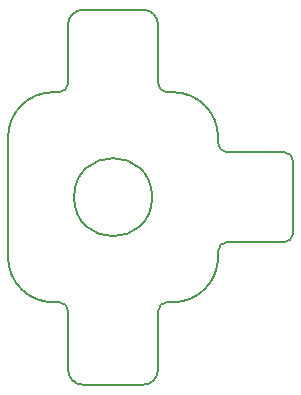
<source format=gbr>
G04 #@! TF.FileFunction,Profile,NP*
%FSLAX46Y46*%
G04 Gerber Fmt 4.6, Leading zero omitted, Abs format (unit mm)*
G04 Created by KiCad (PCBNEW 4.0.7-e2-6376~58~ubuntu16.04.1) date Fri Jun  1 11:33:50 2018*
%MOMM*%
%LPD*%
G01*
G04 APERTURE LIST*
%ADD10C,0.100000*%
%ADD11C,0.150000*%
G04 APERTURE END LIST*
D10*
D11*
X48260000Y-66675000D02*
X53340000Y-66675000D01*
X46990000Y-60452000D02*
X46990000Y-65405000D01*
X54610000Y-60452000D02*
X54610000Y-65405000D01*
X46990000Y-36195000D02*
X46990000Y-41148000D01*
X54610000Y-36195000D02*
X54610000Y-41148000D01*
X48260000Y-34925000D02*
X53340000Y-34925000D01*
X53340000Y-66675000D02*
G75*
G03X54610000Y-65405000I0J1270000D01*
G01*
X46990000Y-65405000D02*
G75*
G03X48260000Y-66675000I1270000J0D01*
G01*
X54610000Y-36195000D02*
G75*
G03X53340000Y-34925000I-1270000J0D01*
G01*
X48260000Y-34925000D02*
G75*
G03X46990000Y-36195000I0J-1270000D01*
G01*
X59690000Y-45720000D02*
X59690000Y-46228000D01*
X55372000Y-59690000D02*
G75*
G03X54610000Y-60452000I0J-762000D01*
G01*
X46990000Y-60452000D02*
G75*
G03X46228000Y-59690000I-762000J0D01*
G01*
X55372000Y-59690000D02*
X55880000Y-59690000D01*
X45720000Y-59690000D02*
X46228000Y-59690000D01*
X46228000Y-41910000D02*
G75*
G03X46990000Y-41148000I0J762000D01*
G01*
X54610000Y-41148000D02*
G75*
G03X55372000Y-41910000I762000J0D01*
G01*
X55880000Y-41910000D02*
X55372000Y-41910000D01*
X45720000Y-41910000D02*
X46228000Y-41910000D01*
X41910000Y-54610000D02*
X41910000Y-55880000D01*
X41910000Y-45720000D02*
X41910000Y-46990000D01*
X59690000Y-55372000D02*
X59690000Y-55880000D01*
X60452000Y-54610000D02*
X65278000Y-54610000D01*
X66040000Y-47752000D02*
X66040000Y-53848000D01*
X60452000Y-46990000D02*
X65278000Y-46990000D01*
X41910000Y-55880000D02*
G75*
G03X45720000Y-59690000I3810000J0D01*
G01*
X45720000Y-41910000D02*
G75*
G03X41910000Y-45720000I0J-3810000D01*
G01*
X55880000Y-59690000D02*
G75*
G03X59690000Y-55880000I0J3810000D01*
G01*
X59690000Y-45720000D02*
G75*
G03X55880000Y-41910000I-3810000J0D01*
G01*
X65278000Y-54610000D02*
G75*
G03X66040000Y-53848000I0J762000D01*
G01*
X66040000Y-47752000D02*
G75*
G03X65278000Y-46990000I-762000J0D01*
G01*
X60452000Y-54610000D02*
G75*
G03X59690000Y-55372000I0J-762000D01*
G01*
X59690000Y-46228000D02*
G75*
G03X60452000Y-46990000I762000J0D01*
G01*
X41910000Y-46990000D02*
X41910000Y-54610000D01*
X54102000Y-50800000D02*
G75*
G03X54102000Y-50800000I-3302000J0D01*
G01*
M02*

</source>
